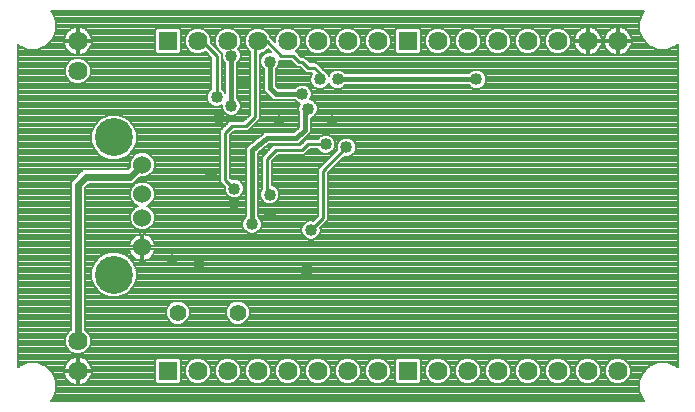
<source format=gbl>
G75*
G70*
%OFA0B0*%
%FSLAX24Y24*%
%IPPOS*%
%LPD*%
%AMOC8*
5,1,8,0,0,1.08239X$1,22.5*
%
%ADD10C,0.0600*%
%ADD11C,0.1266*%
%ADD12C,0.0640*%
%ADD13R,0.0640X0.0640*%
%ADD14C,0.0560*%
%ADD15C,0.0400*%
%ADD16C,0.0080*%
%ADD17C,0.0436*%
%ADD18C,0.0160*%
%ADD19C,0.0100*%
%ADD20C,0.0240*%
D10*
X008107Y006640D03*
X008107Y007624D03*
X008107Y008412D03*
X008107Y009396D03*
D11*
X007162Y010301D03*
X007162Y005734D03*
D12*
X005957Y003518D03*
X005957Y002518D03*
X009957Y002518D03*
X010957Y002518D03*
X011957Y002518D03*
X012957Y002518D03*
X013957Y002518D03*
X014957Y002518D03*
X015957Y002518D03*
X017957Y002518D03*
X018957Y002518D03*
X019957Y002518D03*
X020957Y002518D03*
X021957Y002518D03*
X022957Y002518D03*
X023957Y002518D03*
X005957Y012518D03*
X005957Y013518D03*
X009957Y013518D03*
X010957Y013518D03*
X011957Y013518D03*
X012957Y013518D03*
X013957Y013518D03*
X014957Y013518D03*
X015957Y013518D03*
X017957Y013518D03*
X018957Y013518D03*
X019957Y013518D03*
X020957Y013518D03*
X021957Y013518D03*
X022957Y013518D03*
X023957Y013518D03*
D13*
X016957Y013518D03*
X008957Y013518D03*
X008957Y002518D03*
X016957Y002518D03*
D14*
X011288Y004463D03*
X009288Y004463D03*
D15*
X009992Y006038D03*
X009107Y006234D03*
X011764Y007416D03*
X012355Y007711D03*
X012355Y008400D03*
X011174Y008597D03*
X011174Y008105D03*
X010386Y009089D03*
X012650Y010860D03*
X013634Y011254D03*
X013437Y011746D03*
X014028Y012238D03*
X014618Y012238D03*
X012355Y012829D03*
X011453Y012148D03*
X010583Y011648D03*
X011075Y011353D03*
X010681Y010959D03*
X011075Y013026D03*
X014422Y010860D03*
X014225Y010073D03*
X014914Y009975D03*
X013733Y007219D03*
X019244Y012238D03*
D16*
X003957Y013401D02*
X003957Y002635D01*
X004009Y002688D01*
X004300Y002808D01*
X004614Y002808D01*
X004904Y002688D01*
X005127Y002465D01*
X005247Y002175D01*
X005247Y001861D01*
X005127Y001570D01*
X005074Y001518D01*
X024840Y001518D01*
X024787Y001570D01*
X024667Y001861D01*
X024667Y002175D01*
X024787Y002465D01*
X025009Y002688D01*
X025300Y002808D01*
X025614Y002808D01*
X025904Y002688D01*
X025957Y002635D01*
X025957Y013401D01*
X025904Y013348D01*
X025614Y013228D01*
X025300Y013228D01*
X025009Y013348D01*
X024787Y013570D01*
X024667Y013861D01*
X024667Y014175D01*
X024787Y014465D01*
X024840Y014518D01*
X005074Y014518D01*
X005127Y014465D01*
X005247Y014175D01*
X005247Y013861D01*
X005127Y013570D01*
X004904Y013348D01*
X004614Y013228D01*
X004300Y013228D01*
X004009Y013348D01*
X003957Y013401D01*
X003957Y013349D02*
X004008Y013349D01*
X003957Y013271D02*
X004197Y013271D01*
X003957Y013192D02*
X005632Y013192D01*
X005696Y013128D02*
X005865Y013058D01*
X005917Y013058D01*
X005917Y013478D01*
X005497Y013478D01*
X005497Y013426D01*
X005567Y013257D01*
X005696Y013128D01*
X005731Y013114D02*
X003957Y013114D01*
X003957Y013035D02*
X010333Y013035D01*
X010255Y013114D02*
X010131Y013114D01*
X010206Y013145D02*
X010045Y013078D01*
X009869Y013078D01*
X009708Y013145D01*
X009584Y013269D01*
X009517Y013430D01*
X009517Y013605D01*
X009584Y013767D01*
X009708Y013891D01*
X009869Y013958D01*
X010045Y013958D01*
X010206Y013891D01*
X010330Y013767D01*
X010397Y013605D01*
X010397Y013452D01*
X010753Y013096D01*
X010753Y012955D01*
X010753Y011924D01*
X010764Y011919D01*
X010854Y011829D01*
X010875Y011779D01*
X010875Y012773D01*
X010804Y012845D01*
X010755Y012962D01*
X010755Y013089D01*
X010768Y013120D01*
X010708Y013145D01*
X010584Y013269D01*
X010517Y013430D01*
X010517Y013605D01*
X010584Y013767D01*
X010708Y013891D01*
X010869Y013958D01*
X011045Y013958D01*
X011206Y013891D01*
X011330Y013767D01*
X011397Y013605D01*
X011397Y013430D01*
X011330Y013269D01*
X011307Y013246D01*
X011346Y013207D01*
X011395Y013089D01*
X011395Y012962D01*
X011346Y012845D01*
X011275Y012773D01*
X011275Y011605D01*
X011346Y011534D01*
X011395Y011416D01*
X011395Y011289D01*
X011346Y011171D01*
X011256Y011081D01*
X011139Y011033D01*
X011011Y011033D01*
X010894Y011081D01*
X010804Y011171D01*
X010755Y011289D01*
X010755Y011373D01*
X010647Y011328D01*
X010519Y011328D01*
X010402Y011377D01*
X010312Y011467D01*
X010263Y011584D01*
X010263Y011712D01*
X010312Y011829D01*
X010402Y011919D01*
X010413Y011924D01*
X010413Y012955D01*
X010215Y013154D01*
X010206Y013145D01*
X010412Y012957D02*
X006048Y012957D01*
X006045Y012958D02*
X005869Y012958D01*
X005708Y012891D01*
X005584Y012767D01*
X005517Y012605D01*
X005517Y012430D01*
X005584Y012269D01*
X005708Y012145D01*
X005869Y012078D01*
X006045Y012078D01*
X006206Y012145D01*
X006330Y012269D01*
X006397Y012430D01*
X006397Y012605D01*
X006330Y012767D01*
X006206Y012891D01*
X006045Y012958D01*
X006049Y013058D02*
X006218Y013128D01*
X006347Y013257D01*
X006417Y013426D01*
X006417Y013478D01*
X005997Y013478D01*
X005997Y013558D01*
X005917Y013558D01*
X005917Y013978D01*
X005865Y013978D01*
X005247Y013978D01*
X005247Y014056D02*
X024667Y014056D01*
X024667Y013978D02*
X024049Y013978D01*
X024218Y013908D01*
X024347Y013779D01*
X024417Y013609D01*
X024417Y013558D01*
X023997Y013558D01*
X023917Y013558D01*
X023917Y013978D01*
X023865Y013978D01*
X023049Y013978D01*
X023218Y013908D01*
X023347Y013779D01*
X023417Y013609D01*
X023417Y013558D01*
X022997Y013558D01*
X022917Y013558D01*
X022917Y013978D01*
X022865Y013978D01*
X006049Y013978D01*
X005997Y013978D01*
X005997Y013558D01*
X006417Y013558D01*
X006417Y013609D01*
X006347Y013779D01*
X006218Y013908D01*
X006049Y013978D01*
X005997Y013978D02*
X005917Y013978D01*
X005865Y013978D02*
X005696Y013908D01*
X005567Y013779D01*
X005497Y013609D01*
X005497Y013558D01*
X005917Y013558D01*
X005917Y013478D01*
X005997Y013478D01*
X005997Y013058D01*
X006049Y013058D01*
X005997Y013114D02*
X005917Y013114D01*
X005917Y013192D02*
X005997Y013192D01*
X005997Y013271D02*
X005917Y013271D01*
X005917Y013349D02*
X005997Y013349D01*
X005997Y013428D02*
X005917Y013428D01*
X005917Y013506D02*
X005063Y013506D01*
X005133Y013585D02*
X005497Y013585D01*
X005519Y013663D02*
X005165Y013663D01*
X005198Y013742D02*
X005552Y013742D01*
X005609Y013821D02*
X005230Y013821D01*
X005247Y013899D02*
X005688Y013899D01*
X005917Y013899D02*
X005997Y013899D01*
X005997Y013821D02*
X005917Y013821D01*
X005917Y013742D02*
X005997Y013742D01*
X005997Y013663D02*
X005917Y013663D01*
X005917Y013585D02*
X005997Y013585D01*
X005997Y013506D02*
X008517Y013506D01*
X008517Y013428D02*
X006417Y013428D01*
X006385Y013349D02*
X008517Y013349D01*
X008517Y013271D02*
X006352Y013271D01*
X006282Y013192D02*
X008517Y013192D01*
X008517Y013148D02*
X008587Y013078D01*
X009327Y013078D01*
X009397Y013148D01*
X009397Y013888D01*
X009327Y013958D01*
X008587Y013958D01*
X008517Y013888D01*
X008517Y013148D01*
X008552Y013114D02*
X006183Y013114D01*
X006219Y012878D02*
X010413Y012878D01*
X010413Y012799D02*
X006298Y012799D01*
X006349Y012721D02*
X010413Y012721D01*
X010413Y012642D02*
X006382Y012642D01*
X006397Y012564D02*
X010413Y012564D01*
X010413Y012485D02*
X006397Y012485D01*
X006387Y012407D02*
X010413Y012407D01*
X010413Y012328D02*
X006355Y012328D01*
X006311Y012250D02*
X010413Y012250D01*
X010413Y012171D02*
X006232Y012171D01*
X006080Y012093D02*
X010413Y012093D01*
X010413Y012014D02*
X003957Y012014D01*
X003957Y011935D02*
X010413Y011935D01*
X010339Y011857D02*
X003957Y011857D01*
X003957Y011778D02*
X010291Y011778D01*
X010263Y011700D02*
X003957Y011700D01*
X003957Y011621D02*
X010263Y011621D01*
X010280Y011543D02*
X003957Y011543D01*
X003957Y011464D02*
X010314Y011464D01*
X010393Y011386D02*
X003957Y011386D01*
X003957Y011307D02*
X010755Y011307D01*
X010780Y011229D02*
X003957Y011229D01*
X003957Y011150D02*
X010825Y011150D01*
X010917Y011071D02*
X003957Y011071D01*
X003957Y010993D02*
X006863Y010993D01*
X006735Y010940D02*
X006523Y010728D01*
X006409Y010451D01*
X006409Y010152D01*
X006523Y009875D01*
X006735Y009663D01*
X007012Y009548D01*
X007312Y009548D01*
X007588Y009663D01*
X007800Y009875D01*
X007915Y010152D01*
X007915Y010451D01*
X007800Y010728D01*
X007588Y010940D01*
X007312Y011054D01*
X007012Y011054D01*
X006735Y010940D01*
X006710Y010914D02*
X003957Y010914D01*
X003957Y010836D02*
X006631Y010836D01*
X006553Y010757D02*
X003957Y010757D01*
X003957Y010679D02*
X006503Y010679D01*
X006470Y010600D02*
X003957Y010600D01*
X003957Y010522D02*
X006438Y010522D01*
X006409Y010443D02*
X003957Y010443D01*
X003957Y010365D02*
X006409Y010365D01*
X006409Y010286D02*
X003957Y010286D01*
X003957Y010208D02*
X006409Y010208D01*
X006418Y010129D02*
X003957Y010129D01*
X003957Y010050D02*
X006451Y010050D01*
X006483Y009972D02*
X003957Y009972D01*
X003957Y009893D02*
X006516Y009893D01*
X006583Y009815D02*
X003957Y009815D01*
X003957Y009736D02*
X006662Y009736D01*
X006748Y009658D02*
X003957Y009658D01*
X003957Y009579D02*
X006937Y009579D01*
X007386Y009579D02*
X007728Y009579D01*
X007751Y009634D02*
X007687Y009479D01*
X007687Y009327D01*
X007598Y009238D01*
X006336Y009238D01*
X006137Y009238D01*
X005717Y008818D01*
X005717Y008619D01*
X005717Y003895D01*
X005708Y003891D01*
X005584Y003767D01*
X003957Y003767D01*
X003957Y003846D02*
X005662Y003846D01*
X005717Y003924D02*
X003957Y003924D01*
X003957Y004003D02*
X005717Y004003D01*
X005717Y004081D02*
X003957Y004081D01*
X003957Y004160D02*
X005717Y004160D01*
X005717Y004238D02*
X003957Y004238D01*
X003957Y004317D02*
X005717Y004317D01*
X005717Y004395D02*
X003957Y004395D01*
X003957Y004474D02*
X005717Y004474D01*
X005717Y004552D02*
X003957Y004552D01*
X003957Y004631D02*
X005717Y004631D01*
X005717Y004709D02*
X003957Y004709D01*
X003957Y004788D02*
X005717Y004788D01*
X005717Y004867D02*
X003957Y004867D01*
X003957Y004945D02*
X005717Y004945D01*
X005717Y005024D02*
X003957Y005024D01*
X003957Y005102D02*
X005717Y005102D01*
X005717Y005181D02*
X003957Y005181D01*
X003957Y005259D02*
X005717Y005259D01*
X005717Y005338D02*
X003957Y005338D01*
X003957Y005416D02*
X005717Y005416D01*
X005717Y005495D02*
X003957Y005495D01*
X003957Y005573D02*
X005717Y005573D01*
X005717Y005652D02*
X003957Y005652D01*
X003957Y005731D02*
X005717Y005731D01*
X005717Y005809D02*
X003957Y005809D01*
X003957Y005888D02*
X005717Y005888D01*
X005717Y005966D02*
X003957Y005966D01*
X003957Y006045D02*
X005717Y006045D01*
X005717Y006123D02*
X003957Y006123D01*
X003957Y006202D02*
X005717Y006202D01*
X005717Y006280D02*
X003957Y006280D01*
X003957Y006359D02*
X005717Y006359D01*
X005717Y006437D02*
X003957Y006437D01*
X003957Y006516D02*
X005717Y006516D01*
X005717Y006595D02*
X003957Y006595D01*
X003957Y006673D02*
X005717Y006673D01*
X005717Y006752D02*
X003957Y006752D01*
X003957Y006830D02*
X005717Y006830D01*
X005717Y006909D02*
X003957Y006909D01*
X003957Y006987D02*
X005717Y006987D01*
X005717Y007066D02*
X003957Y007066D01*
X003957Y007144D02*
X005717Y007144D01*
X005717Y007223D02*
X003957Y007223D01*
X003957Y007301D02*
X005717Y007301D01*
X005717Y007380D02*
X003957Y007380D01*
X003957Y007459D02*
X005717Y007459D01*
X005717Y007537D02*
X003957Y007537D01*
X003957Y007616D02*
X005717Y007616D01*
X005717Y007694D02*
X003957Y007694D01*
X003957Y007773D02*
X005717Y007773D01*
X005717Y007851D02*
X003957Y007851D01*
X003957Y007930D02*
X005717Y007930D01*
X005717Y008008D02*
X003957Y008008D01*
X003957Y008087D02*
X005717Y008087D01*
X005717Y008165D02*
X003957Y008165D01*
X003957Y008244D02*
X005717Y008244D01*
X005717Y008322D02*
X003957Y008322D01*
X003957Y008401D02*
X005717Y008401D01*
X005717Y008480D02*
X003957Y008480D01*
X003957Y008558D02*
X005717Y008558D01*
X005717Y008637D02*
X003957Y008637D01*
X003957Y008715D02*
X005717Y008715D01*
X005717Y008794D02*
X003957Y008794D01*
X003957Y008872D02*
X005771Y008872D01*
X005850Y008951D02*
X003957Y008951D01*
X003957Y009029D02*
X005928Y009029D01*
X006007Y009108D02*
X003957Y009108D01*
X003957Y009186D02*
X006085Y009186D01*
X006336Y008758D02*
X007598Y008758D01*
X007797Y008758D01*
X008017Y008979D01*
X008023Y008976D01*
X008190Y008976D01*
X008344Y009040D01*
X008463Y009158D01*
X008527Y009312D01*
X008527Y009479D01*
X008463Y009634D01*
X008344Y009752D01*
X008190Y009816D01*
X008023Y009816D01*
X007869Y009752D01*
X007751Y009634D01*
X007774Y009658D02*
X007576Y009658D01*
X007662Y009736D02*
X007853Y009736D01*
X007740Y009815D02*
X008020Y009815D01*
X008193Y009815D02*
X010708Y009815D01*
X010708Y009893D02*
X007808Y009893D01*
X007840Y009972D02*
X010708Y009972D01*
X010708Y010050D02*
X007873Y010050D01*
X007905Y010129D02*
X010708Y010129D01*
X010708Y010208D02*
X007915Y010208D01*
X007915Y010286D02*
X010708Y010286D01*
X010708Y010365D02*
X007915Y010365D01*
X007915Y010443D02*
X010708Y010443D01*
X010708Y010522D02*
X007886Y010522D01*
X007853Y010600D02*
X010771Y010600D01*
X010808Y010637D02*
X010708Y010537D01*
X010708Y008822D01*
X010808Y008722D01*
X010858Y008672D01*
X010854Y008660D01*
X010854Y008533D01*
X010902Y008415D01*
X010992Y008325D01*
X011110Y008277D01*
X011237Y008277D01*
X011355Y008325D01*
X011445Y008415D01*
X011494Y008533D01*
X011494Y008660D01*
X011445Y008778D01*
X011355Y008868D01*
X011237Y008917D01*
X011110Y008917D01*
X011099Y008912D01*
X011048Y008962D01*
X011048Y010396D01*
X011153Y010501D01*
X011481Y010501D01*
X011622Y010501D01*
X012032Y010912D01*
X012032Y011053D01*
X012032Y013078D01*
X012045Y013078D01*
X012206Y013145D01*
X012298Y013236D01*
X012385Y013149D01*
X012291Y013149D01*
X012173Y013100D01*
X012083Y013010D01*
X012035Y012893D01*
X012035Y012765D01*
X012083Y012648D01*
X012155Y012576D01*
X012155Y012026D01*
X012155Y011860D01*
X012351Y011663D01*
X012469Y011546D01*
X013185Y011546D01*
X013256Y011475D01*
X013361Y011431D01*
X013314Y011318D01*
X013314Y011190D01*
X013336Y011138D01*
X013336Y010648D01*
X013158Y010470D01*
X012339Y010470D01*
X012186Y010470D01*
X012173Y010470D01*
X012123Y010419D01*
X011694Y010076D01*
X011681Y010076D01*
X011631Y010025D01*
X011605Y010000D01*
X011564Y009959D01*
X011564Y007668D01*
X011493Y007597D01*
X011444Y007479D01*
X011444Y007352D01*
X011493Y007234D01*
X011583Y007144D01*
X011700Y007096D01*
X011828Y007096D01*
X011945Y007144D01*
X012035Y007234D01*
X012084Y007352D01*
X012084Y007479D01*
X012035Y007597D01*
X011964Y007668D01*
X011964Y009780D01*
X012326Y010070D01*
X013323Y010070D01*
X013440Y010187D01*
X013736Y010482D01*
X013736Y010648D01*
X013736Y010950D01*
X013815Y010983D01*
X013905Y011073D01*
X013954Y011190D01*
X013954Y011318D01*
X013905Y011435D01*
X013815Y011525D01*
X013710Y011569D01*
X013757Y011683D01*
X013757Y011810D01*
X013709Y011928D01*
X013619Y012018D01*
X013501Y012066D01*
X013374Y012066D01*
X013256Y012018D01*
X013185Y011946D01*
X012634Y011946D01*
X012555Y012026D01*
X012555Y012576D01*
X012626Y012648D01*
X012675Y012765D01*
X012675Y012859D01*
X012678Y012856D01*
X013072Y012856D01*
X013169Y012759D01*
X013268Y012659D01*
X013367Y012659D01*
X013464Y012562D01*
X013564Y012462D01*
X013761Y012462D01*
X013780Y012443D01*
X013757Y012420D01*
X013708Y012302D01*
X013708Y012175D01*
X013757Y012057D01*
X013847Y011967D01*
X013964Y011918D01*
X014092Y011918D01*
X014209Y011967D01*
X014299Y012057D01*
X014323Y012115D01*
X014347Y012057D01*
X014437Y011967D01*
X014555Y011918D01*
X014682Y011918D01*
X014800Y011967D01*
X014871Y012038D01*
X018992Y012038D01*
X019063Y011967D01*
X019181Y011918D01*
X019308Y011918D01*
X019426Y011967D01*
X019516Y012057D01*
X019564Y012175D01*
X019564Y012302D01*
X019516Y012420D01*
X019426Y012510D01*
X019308Y012558D01*
X019181Y012558D01*
X019063Y012510D01*
X018992Y012438D01*
X014871Y012438D01*
X014800Y012510D01*
X014682Y012558D01*
X014555Y012558D01*
X014437Y012510D01*
X014347Y012420D01*
X014323Y012362D01*
X014299Y012420D01*
X014209Y012510D01*
X014183Y012520D01*
X013901Y012802D01*
X013761Y012802D01*
X013705Y012802D01*
X013508Y012999D01*
X013409Y012999D01*
X013235Y013173D01*
X013330Y013269D01*
X013397Y013430D01*
X013397Y013605D01*
X013330Y013767D01*
X013206Y013891D01*
X013045Y013958D01*
X012869Y013958D01*
X012708Y013891D01*
X012584Y013767D01*
X012517Y013605D01*
X012517Y013497D01*
X012388Y013626D01*
X012330Y013767D01*
X012206Y013891D01*
X012045Y013958D01*
X011869Y013958D01*
X011708Y013891D01*
X011584Y013767D01*
X011517Y013605D01*
X011517Y013430D01*
X011584Y013269D01*
X011693Y013160D01*
X011693Y011053D01*
X011481Y010841D01*
X011013Y010841D01*
X010913Y010742D01*
X010808Y010637D01*
X010808Y010637D01*
X010850Y010679D02*
X007821Y010679D01*
X007771Y010757D02*
X010928Y010757D01*
X011007Y010836D02*
X007692Y010836D01*
X007614Y010914D02*
X011554Y010914D01*
X011633Y010993D02*
X007460Y010993D01*
X005834Y012093D02*
X003957Y012093D01*
X003957Y012171D02*
X005682Y012171D01*
X005603Y012250D02*
X003957Y012250D01*
X003957Y012328D02*
X005559Y012328D01*
X005527Y012407D02*
X003957Y012407D01*
X003957Y012485D02*
X005517Y012485D01*
X005517Y012564D02*
X003957Y012564D01*
X003957Y012642D02*
X005532Y012642D01*
X005565Y012721D02*
X003957Y012721D01*
X003957Y012799D02*
X005616Y012799D01*
X005695Y012878D02*
X003957Y012878D01*
X003957Y012957D02*
X005866Y012957D01*
X005561Y013271D02*
X004717Y013271D01*
X004906Y013349D02*
X005529Y013349D01*
X005497Y013428D02*
X004984Y013428D01*
X005247Y014135D02*
X024667Y014135D01*
X024683Y014213D02*
X005231Y014213D01*
X005199Y014292D02*
X024715Y014292D01*
X024748Y014370D02*
X005166Y014370D01*
X005134Y014449D02*
X024780Y014449D01*
X024049Y013978D02*
X023997Y013978D01*
X023997Y013558D01*
X023997Y013478D01*
X024417Y013478D01*
X024417Y013426D01*
X024347Y013257D01*
X024218Y013128D01*
X024049Y013058D01*
X023997Y013058D01*
X023997Y013478D01*
X023917Y013478D01*
X023497Y013478D01*
X023497Y013426D01*
X023567Y013257D01*
X023696Y013128D01*
X023865Y013058D01*
X023917Y013058D01*
X023917Y013478D01*
X023917Y013558D01*
X023497Y013558D01*
X023497Y013609D01*
X023567Y013779D01*
X023696Y013908D01*
X023865Y013978D01*
X023917Y013978D02*
X023997Y013978D01*
X023997Y013899D02*
X023917Y013899D01*
X023917Y013821D02*
X023997Y013821D01*
X023997Y013742D02*
X023917Y013742D01*
X023917Y013663D02*
X023997Y013663D01*
X023997Y013585D02*
X023917Y013585D01*
X023917Y013506D02*
X022997Y013506D01*
X022997Y013478D02*
X022997Y013558D01*
X022997Y013978D01*
X023049Y013978D01*
X022997Y013978D02*
X022917Y013978D01*
X022865Y013978D02*
X022696Y013908D01*
X022567Y013779D01*
X022497Y013609D01*
X022497Y013558D01*
X022917Y013558D01*
X022917Y013478D01*
X022497Y013478D01*
X022497Y013426D01*
X022567Y013257D01*
X022696Y013128D01*
X022865Y013058D01*
X022917Y013058D01*
X022917Y013478D01*
X022997Y013478D01*
X023417Y013478D01*
X023417Y013426D01*
X023347Y013257D01*
X023218Y013128D01*
X023049Y013058D01*
X022997Y013058D01*
X022997Y013478D01*
X022997Y013428D02*
X022917Y013428D01*
X022917Y013506D02*
X022397Y013506D01*
X022397Y013430D02*
X022397Y013605D01*
X022330Y013767D01*
X022206Y013891D01*
X022045Y013958D01*
X021869Y013958D01*
X021708Y013891D01*
X021584Y013767D01*
X021517Y013605D01*
X021517Y013430D01*
X021584Y013269D01*
X021708Y013145D01*
X021869Y013078D01*
X022045Y013078D01*
X022206Y013145D01*
X022330Y013269D01*
X022397Y013430D01*
X022396Y013428D02*
X022497Y013428D01*
X022529Y013349D02*
X022363Y013349D01*
X022331Y013271D02*
X022561Y013271D01*
X022632Y013192D02*
X022253Y013192D01*
X022131Y013114D02*
X022731Y013114D01*
X022917Y013114D02*
X022997Y013114D01*
X022997Y013192D02*
X022917Y013192D01*
X022917Y013271D02*
X022997Y013271D01*
X022997Y013349D02*
X022917Y013349D01*
X022917Y013585D02*
X022997Y013585D01*
X022997Y013663D02*
X022917Y013663D01*
X022917Y013742D02*
X022997Y013742D01*
X022997Y013821D02*
X022917Y013821D01*
X022917Y013899D02*
X022997Y013899D01*
X023226Y013899D02*
X023688Y013899D01*
X023609Y013821D02*
X023305Y013821D01*
X023362Y013742D02*
X023552Y013742D01*
X023519Y013663D02*
X023395Y013663D01*
X023417Y013585D02*
X023497Y013585D01*
X023497Y013428D02*
X023417Y013428D01*
X023385Y013349D02*
X023529Y013349D01*
X023561Y013271D02*
X023352Y013271D01*
X023282Y013192D02*
X023632Y013192D01*
X023731Y013114D02*
X023183Y013114D01*
X023917Y013114D02*
X023997Y013114D01*
X023997Y013192D02*
X023917Y013192D01*
X023917Y013271D02*
X023997Y013271D01*
X023997Y013349D02*
X023917Y013349D01*
X023917Y013428D02*
X023997Y013428D01*
X023997Y013506D02*
X024851Y013506D01*
X024781Y013585D02*
X024417Y013585D01*
X024395Y013663D02*
X024749Y013663D01*
X024716Y013742D02*
X024362Y013742D01*
X024305Y013821D02*
X024684Y013821D01*
X024667Y013899D02*
X024226Y013899D01*
X024417Y013428D02*
X024930Y013428D01*
X025008Y013349D02*
X024385Y013349D01*
X024352Y013271D02*
X025197Y013271D01*
X025717Y013271D02*
X025957Y013271D01*
X025957Y013349D02*
X025906Y013349D01*
X025957Y013192D02*
X024282Y013192D01*
X024183Y013114D02*
X025957Y013114D01*
X025957Y013035D02*
X013373Y013035D01*
X013295Y013114D02*
X013783Y013114D01*
X013708Y013145D02*
X013869Y013078D01*
X014045Y013078D01*
X014206Y013145D01*
X014330Y013269D01*
X014397Y013430D01*
X014397Y013605D01*
X014330Y013767D01*
X014206Y013891D01*
X014045Y013958D01*
X013869Y013958D01*
X013708Y013891D01*
X013584Y013767D01*
X013517Y013605D01*
X013517Y013430D01*
X013584Y013269D01*
X013708Y013145D01*
X013661Y013192D02*
X013253Y013192D01*
X013331Y013271D02*
X013583Y013271D01*
X013551Y013349D02*
X013363Y013349D01*
X013396Y013428D02*
X013518Y013428D01*
X013517Y013506D02*
X013397Y013506D01*
X013397Y013585D02*
X013517Y013585D01*
X013541Y013663D02*
X013373Y013663D01*
X013340Y013742D02*
X013574Y013742D01*
X013637Y013821D02*
X013277Y013821D01*
X013187Y013899D02*
X013727Y013899D01*
X014187Y013899D02*
X014727Y013899D01*
X014708Y013891D02*
X014584Y013767D01*
X014517Y013605D01*
X014517Y013430D01*
X014584Y013269D01*
X014708Y013145D01*
X014869Y013078D01*
X015045Y013078D01*
X015206Y013145D01*
X015330Y013269D01*
X015397Y013430D01*
X015397Y013605D01*
X015330Y013767D01*
X015206Y013891D01*
X015045Y013958D01*
X014869Y013958D01*
X014708Y013891D01*
X014637Y013821D02*
X014277Y013821D01*
X014340Y013742D02*
X014574Y013742D01*
X014541Y013663D02*
X014373Y013663D01*
X014397Y013585D02*
X014517Y013585D01*
X014517Y013506D02*
X014397Y013506D01*
X014396Y013428D02*
X014518Y013428D01*
X014551Y013349D02*
X014363Y013349D01*
X014331Y013271D02*
X014583Y013271D01*
X014661Y013192D02*
X014253Y013192D01*
X014131Y013114D02*
X014783Y013114D01*
X015131Y013114D02*
X015783Y013114D01*
X015708Y013145D02*
X015869Y013078D01*
X016045Y013078D01*
X016206Y013145D01*
X016330Y013269D01*
X016397Y013430D01*
X016397Y013605D01*
X016330Y013767D01*
X016206Y013891D01*
X016045Y013958D01*
X015869Y013958D01*
X015708Y013891D01*
X015584Y013767D01*
X015517Y013605D01*
X015517Y013430D01*
X015584Y013269D01*
X015708Y013145D01*
X015661Y013192D02*
X015253Y013192D01*
X015331Y013271D02*
X015583Y013271D01*
X015551Y013349D02*
X015363Y013349D01*
X015396Y013428D02*
X015518Y013428D01*
X015517Y013506D02*
X015397Y013506D01*
X015397Y013585D02*
X015517Y013585D01*
X015541Y013663D02*
X015373Y013663D01*
X015340Y013742D02*
X015574Y013742D01*
X015637Y013821D02*
X015277Y013821D01*
X015187Y013899D02*
X015727Y013899D01*
X016187Y013899D02*
X016528Y013899D01*
X016517Y013888D02*
X016517Y013148D01*
X016587Y013078D01*
X017327Y013078D01*
X017397Y013148D01*
X017397Y013888D01*
X017327Y013958D01*
X016587Y013958D01*
X016517Y013888D01*
X016517Y013821D02*
X016277Y013821D01*
X016340Y013742D02*
X016517Y013742D01*
X016517Y013663D02*
X016373Y013663D01*
X016397Y013585D02*
X016517Y013585D01*
X016517Y013506D02*
X016397Y013506D01*
X016396Y013428D02*
X016517Y013428D01*
X016517Y013349D02*
X016363Y013349D01*
X016331Y013271D02*
X016517Y013271D01*
X016517Y013192D02*
X016253Y013192D01*
X016131Y013114D02*
X016552Y013114D01*
X017362Y013114D02*
X017783Y013114D01*
X017708Y013145D02*
X017869Y013078D01*
X018045Y013078D01*
X018206Y013145D01*
X018330Y013269D01*
X018397Y013430D01*
X018397Y013605D01*
X018330Y013767D01*
X018206Y013891D01*
X018045Y013958D01*
X017869Y013958D01*
X017708Y013891D01*
X017584Y013767D01*
X017517Y013605D01*
X017517Y013430D01*
X017584Y013269D01*
X017708Y013145D01*
X017661Y013192D02*
X017397Y013192D01*
X017397Y013271D02*
X017583Y013271D01*
X017551Y013349D02*
X017397Y013349D01*
X017397Y013428D02*
X017518Y013428D01*
X017517Y013506D02*
X017397Y013506D01*
X017397Y013585D02*
X017517Y013585D01*
X017541Y013663D02*
X017397Y013663D01*
X017397Y013742D02*
X017574Y013742D01*
X017637Y013821D02*
X017397Y013821D01*
X017386Y013899D02*
X017727Y013899D01*
X018187Y013899D02*
X018727Y013899D01*
X018708Y013891D02*
X018584Y013767D01*
X018517Y013605D01*
X018517Y013430D01*
X018584Y013269D01*
X018708Y013145D01*
X018869Y013078D01*
X019045Y013078D01*
X019206Y013145D01*
X019330Y013269D01*
X019397Y013430D01*
X019397Y013605D01*
X019330Y013767D01*
X019206Y013891D01*
X019045Y013958D01*
X018869Y013958D01*
X018708Y013891D01*
X018637Y013821D02*
X018277Y013821D01*
X018340Y013742D02*
X018574Y013742D01*
X018541Y013663D02*
X018373Y013663D01*
X018397Y013585D02*
X018517Y013585D01*
X018517Y013506D02*
X018397Y013506D01*
X018396Y013428D02*
X018518Y013428D01*
X018551Y013349D02*
X018363Y013349D01*
X018331Y013271D02*
X018583Y013271D01*
X018661Y013192D02*
X018253Y013192D01*
X018131Y013114D02*
X018783Y013114D01*
X019131Y013114D02*
X019783Y013114D01*
X019708Y013145D02*
X019869Y013078D01*
X020045Y013078D01*
X020206Y013145D01*
X020330Y013269D01*
X020397Y013430D01*
X020397Y013605D01*
X020330Y013767D01*
X020206Y013891D01*
X020045Y013958D01*
X019869Y013958D01*
X019708Y013891D01*
X019584Y013767D01*
X019517Y013605D01*
X019517Y013430D01*
X019584Y013269D01*
X019708Y013145D01*
X019661Y013192D02*
X019253Y013192D01*
X019331Y013271D02*
X019583Y013271D01*
X019551Y013349D02*
X019363Y013349D01*
X019396Y013428D02*
X019518Y013428D01*
X019517Y013506D02*
X019397Y013506D01*
X019397Y013585D02*
X019517Y013585D01*
X019541Y013663D02*
X019373Y013663D01*
X019340Y013742D02*
X019574Y013742D01*
X019637Y013821D02*
X019277Y013821D01*
X019187Y013899D02*
X019727Y013899D01*
X020187Y013899D02*
X020727Y013899D01*
X020708Y013891D02*
X020584Y013767D01*
X020517Y013605D01*
X020517Y013430D01*
X020584Y013269D01*
X020708Y013145D01*
X020869Y013078D01*
X021045Y013078D01*
X021206Y013145D01*
X021330Y013269D01*
X021397Y013430D01*
X021397Y013605D01*
X021330Y013767D01*
X021206Y013891D01*
X021045Y013958D01*
X020869Y013958D01*
X020708Y013891D01*
X020637Y013821D02*
X020277Y013821D01*
X020340Y013742D02*
X020574Y013742D01*
X020541Y013663D02*
X020373Y013663D01*
X020397Y013585D02*
X020517Y013585D01*
X020517Y013506D02*
X020397Y013506D01*
X020396Y013428D02*
X020518Y013428D01*
X020551Y013349D02*
X020363Y013349D01*
X020331Y013271D02*
X020583Y013271D01*
X020661Y013192D02*
X020253Y013192D01*
X020131Y013114D02*
X020783Y013114D01*
X021131Y013114D02*
X021783Y013114D01*
X021661Y013192D02*
X021253Y013192D01*
X021331Y013271D02*
X021583Y013271D01*
X021551Y013349D02*
X021363Y013349D01*
X021396Y013428D02*
X021518Y013428D01*
X021517Y013506D02*
X021397Y013506D01*
X021397Y013585D02*
X021517Y013585D01*
X021541Y013663D02*
X021373Y013663D01*
X021340Y013742D02*
X021574Y013742D01*
X021637Y013821D02*
X021277Y013821D01*
X021187Y013899D02*
X021727Y013899D01*
X022187Y013899D02*
X022688Y013899D01*
X022609Y013821D02*
X022277Y013821D01*
X022340Y013742D02*
X022552Y013742D01*
X022519Y013663D02*
X022373Y013663D01*
X022397Y013585D02*
X022497Y013585D01*
X019554Y012328D02*
X025957Y012328D01*
X025957Y012250D02*
X019564Y012250D01*
X019563Y012171D02*
X025957Y012171D01*
X025957Y012093D02*
X019530Y012093D01*
X019473Y012014D02*
X025957Y012014D01*
X025957Y011935D02*
X019349Y011935D01*
X019140Y011935D02*
X014723Y011935D01*
X014847Y012014D02*
X019016Y012014D01*
X019039Y012485D02*
X014824Y012485D01*
X014817Y012258D02*
X014618Y012238D01*
X014817Y012238D02*
X014817Y012258D01*
X014413Y012485D02*
X014234Y012485D01*
X014305Y012407D02*
X014342Y012407D01*
X014140Y012564D02*
X025957Y012564D01*
X025957Y012642D02*
X014061Y012642D01*
X013983Y012721D02*
X025957Y012721D01*
X025957Y012799D02*
X013904Y012799D01*
X013629Y012878D02*
X025957Y012878D01*
X025957Y012957D02*
X013550Y012957D01*
X013207Y012721D02*
X012656Y012721D01*
X012675Y012799D02*
X013128Y012799D01*
X013384Y012642D02*
X012621Y012642D01*
X012555Y012564D02*
X013462Y012564D01*
X013541Y012485D02*
X012555Y012485D01*
X012555Y012407D02*
X013751Y012407D01*
X013719Y012328D02*
X012555Y012328D01*
X012555Y012250D02*
X013708Y012250D01*
X013709Y012171D02*
X012555Y012171D01*
X012555Y012093D02*
X013742Y012093D01*
X013800Y012014D02*
X013622Y012014D01*
X013701Y011935D02*
X013923Y011935D01*
X013738Y011857D02*
X025957Y011857D01*
X025957Y011778D02*
X013757Y011778D01*
X013757Y011700D02*
X025957Y011700D01*
X025957Y011621D02*
X013732Y011621D01*
X013774Y011543D02*
X025957Y011543D01*
X025957Y011464D02*
X013877Y011464D01*
X013926Y011386D02*
X025957Y011386D01*
X025957Y011307D02*
X013954Y011307D01*
X013954Y011229D02*
X025957Y011229D01*
X025957Y011150D02*
X013937Y011150D01*
X013904Y011071D02*
X025957Y011071D01*
X025957Y010993D02*
X013826Y010993D01*
X013736Y010914D02*
X025957Y010914D01*
X025957Y010836D02*
X013736Y010836D01*
X013736Y010757D02*
X025957Y010757D01*
X025957Y010679D02*
X013736Y010679D01*
X013736Y010600D02*
X025957Y010600D01*
X025957Y010522D02*
X013736Y010522D01*
X013696Y010443D02*
X025957Y010443D01*
X025957Y010365D02*
X014357Y010365D01*
X014406Y010344D02*
X014288Y010393D01*
X014161Y010393D01*
X014043Y010344D01*
X013953Y010254D01*
X013949Y010243D01*
X013705Y010243D01*
X013564Y010243D01*
X013367Y010046D01*
X012481Y010046D01*
X012381Y009947D01*
X012186Y009751D01*
X012086Y009651D01*
X012086Y008584D01*
X012083Y008581D01*
X012035Y008464D01*
X012035Y008336D01*
X012083Y008219D01*
X012173Y008129D01*
X012291Y008080D01*
X012418Y008080D01*
X012536Y008129D01*
X012626Y008219D01*
X012675Y008336D01*
X012675Y008464D01*
X012626Y008581D01*
X012536Y008671D01*
X012426Y008717D01*
X012426Y009511D01*
X012622Y009706D01*
X013367Y009706D01*
X013508Y009706D01*
X013705Y009903D01*
X013949Y009903D01*
X013953Y009892D01*
X014043Y009802D01*
X014161Y009753D01*
X014288Y009753D01*
X014406Y009802D01*
X014496Y009892D01*
X014545Y010009D01*
X014545Y010137D01*
X014496Y010254D01*
X014406Y010344D01*
X014464Y010286D02*
X014829Y010286D01*
X014850Y010295D02*
X014732Y010246D01*
X014642Y010156D01*
X014594Y010038D01*
X014594Y009911D01*
X014598Y009900D01*
X013956Y009258D01*
X013956Y009117D01*
X013956Y007683D01*
X013808Y007534D01*
X013796Y007539D01*
X013669Y007539D01*
X013551Y007490D01*
X013461Y007400D01*
X013413Y007282D01*
X013413Y007155D01*
X013461Y007037D01*
X013551Y006947D01*
X013669Y006899D01*
X013796Y006899D01*
X013914Y006947D01*
X014004Y007037D01*
X014053Y007155D01*
X014053Y007282D01*
X014048Y007294D01*
X014197Y007442D01*
X014296Y007542D01*
X014296Y009117D01*
X014839Y009659D01*
X014850Y009655D01*
X014977Y009655D01*
X015095Y009703D01*
X015185Y009793D01*
X015234Y009911D01*
X015234Y010038D01*
X015185Y010156D01*
X015095Y010246D01*
X014977Y010295D01*
X014850Y010295D01*
X014998Y010286D02*
X025957Y010286D01*
X025957Y010208D02*
X015133Y010208D01*
X015196Y010129D02*
X025957Y010129D01*
X025957Y010050D02*
X015229Y010050D01*
X015234Y009972D02*
X025957Y009972D01*
X025957Y009893D02*
X015226Y009893D01*
X015194Y009815D02*
X025957Y009815D01*
X025957Y009736D02*
X015128Y009736D01*
X014985Y009658D02*
X025957Y009658D01*
X025957Y009579D02*
X014759Y009579D01*
X014837Y009658D02*
X014843Y009658D01*
X014680Y009501D02*
X025957Y009501D01*
X025957Y009422D02*
X014601Y009422D01*
X014523Y009344D02*
X025957Y009344D01*
X025957Y009265D02*
X014444Y009265D01*
X014366Y009186D02*
X025957Y009186D01*
X025957Y009108D02*
X014296Y009108D01*
X014296Y009029D02*
X025957Y009029D01*
X025957Y008951D02*
X014296Y008951D01*
X014296Y008872D02*
X025957Y008872D01*
X025957Y008794D02*
X014296Y008794D01*
X014296Y008715D02*
X025957Y008715D01*
X025957Y008637D02*
X014296Y008637D01*
X014296Y008558D02*
X025957Y008558D01*
X025957Y008480D02*
X014296Y008480D01*
X014296Y008401D02*
X025957Y008401D01*
X025957Y008322D02*
X014296Y008322D01*
X014296Y008244D02*
X025957Y008244D01*
X025957Y008165D02*
X014296Y008165D01*
X014296Y008087D02*
X025957Y008087D01*
X025957Y008008D02*
X014296Y008008D01*
X014296Y007930D02*
X025957Y007930D01*
X025957Y007851D02*
X014296Y007851D01*
X014296Y007773D02*
X025957Y007773D01*
X025957Y007694D02*
X014296Y007694D01*
X014296Y007616D02*
X025957Y007616D01*
X025957Y007537D02*
X014291Y007537D01*
X014213Y007459D02*
X025957Y007459D01*
X025957Y007380D02*
X014134Y007380D01*
X014056Y007301D02*
X025957Y007301D01*
X025957Y007223D02*
X014053Y007223D01*
X014048Y007144D02*
X025957Y007144D01*
X025957Y007066D02*
X014016Y007066D01*
X013954Y006987D02*
X025957Y006987D01*
X025957Y006909D02*
X013820Y006909D01*
X013645Y006909D02*
X008460Y006909D01*
X008480Y006889D02*
X008356Y007013D01*
X008194Y007080D01*
X008147Y007080D01*
X008147Y006680D01*
X008547Y006680D01*
X008547Y006728D01*
X008480Y006889D01*
X008504Y006830D02*
X025957Y006830D01*
X025957Y006752D02*
X008537Y006752D01*
X008547Y006600D02*
X008147Y006600D01*
X008147Y006680D01*
X008067Y006680D01*
X008067Y007080D01*
X008019Y007080D01*
X007857Y007013D01*
X007734Y006889D01*
X007667Y006728D01*
X007667Y006680D01*
X008066Y006680D01*
X008066Y006600D01*
X007667Y006600D01*
X007667Y006552D01*
X007734Y006391D01*
X007857Y006267D01*
X008019Y006200D01*
X008067Y006200D01*
X008067Y006600D01*
X008147Y006600D01*
X008147Y006200D01*
X008194Y006200D01*
X008356Y006267D01*
X008480Y006391D01*
X008547Y006552D01*
X008547Y006600D01*
X008547Y006595D02*
X025957Y006595D01*
X025957Y006673D02*
X008147Y006673D01*
X008147Y006595D02*
X008067Y006595D01*
X008066Y006673D02*
X006197Y006673D01*
X006197Y006595D02*
X007667Y006595D01*
X007682Y006516D02*
X006197Y006516D01*
X006197Y006437D02*
X006891Y006437D01*
X007012Y006488D02*
X006735Y006373D01*
X006523Y006161D01*
X006409Y005884D01*
X006409Y005585D01*
X006523Y005308D01*
X006735Y005096D01*
X007012Y004981D01*
X007312Y004981D01*
X007588Y005096D01*
X007800Y005308D01*
X007915Y005585D01*
X007915Y005884D01*
X007800Y006161D01*
X007588Y006373D01*
X007312Y006488D01*
X007012Y006488D01*
X006721Y006359D02*
X006197Y006359D01*
X006197Y006280D02*
X006643Y006280D01*
X006564Y006202D02*
X006197Y006202D01*
X006197Y006123D02*
X006508Y006123D01*
X006475Y006045D02*
X006197Y006045D01*
X006197Y005966D02*
X006443Y005966D01*
X006410Y005888D02*
X006197Y005888D01*
X006197Y005809D02*
X006409Y005809D01*
X006409Y005731D02*
X006197Y005731D01*
X006197Y005652D02*
X006409Y005652D01*
X006413Y005573D02*
X006197Y005573D01*
X006197Y005495D02*
X006446Y005495D01*
X006478Y005416D02*
X006197Y005416D01*
X006197Y005338D02*
X006511Y005338D01*
X006572Y005259D02*
X006197Y005259D01*
X006197Y005181D02*
X006650Y005181D01*
X006729Y005102D02*
X006197Y005102D01*
X006197Y005024D02*
X006910Y005024D01*
X007414Y005024D02*
X025957Y005024D01*
X025957Y005102D02*
X007594Y005102D01*
X007673Y005181D02*
X025957Y005181D01*
X025957Y005259D02*
X007752Y005259D01*
X007813Y005338D02*
X025957Y005338D01*
X025957Y005416D02*
X007845Y005416D01*
X007878Y005495D02*
X025957Y005495D01*
X025957Y005573D02*
X007910Y005573D01*
X007915Y005652D02*
X025957Y005652D01*
X025957Y005731D02*
X007915Y005731D01*
X007915Y005809D02*
X025957Y005809D01*
X025957Y005888D02*
X007913Y005888D01*
X007881Y005966D02*
X025957Y005966D01*
X025957Y006045D02*
X007848Y006045D01*
X007816Y006123D02*
X025957Y006123D01*
X025957Y006202D02*
X008199Y006202D01*
X008147Y006202D02*
X008067Y006202D01*
X008015Y006202D02*
X007759Y006202D01*
X007681Y006280D02*
X007844Y006280D01*
X007765Y006359D02*
X007602Y006359D01*
X007714Y006437D02*
X007432Y006437D01*
X007677Y006752D02*
X006197Y006752D01*
X006197Y006830D02*
X007709Y006830D01*
X007753Y006909D02*
X006197Y006909D01*
X006197Y006987D02*
X007832Y006987D01*
X007985Y007066D02*
X006197Y007066D01*
X006197Y007144D02*
X011583Y007144D01*
X011504Y007223D02*
X008235Y007223D01*
X008190Y007204D02*
X008344Y007268D01*
X008463Y007386D01*
X008527Y007541D01*
X008527Y007708D01*
X008463Y007862D01*
X008344Y007980D01*
X008254Y008018D01*
X008344Y008056D01*
X008463Y008174D01*
X008527Y008328D01*
X008527Y008495D01*
X008463Y008650D01*
X008344Y008768D01*
X008190Y008832D01*
X008023Y008832D01*
X007869Y008768D01*
X007751Y008650D01*
X007687Y008495D01*
X007687Y008328D01*
X007751Y008174D01*
X007869Y008056D01*
X007960Y008018D01*
X007869Y007980D01*
X007751Y007862D01*
X007687Y007708D01*
X007687Y007541D01*
X007751Y007386D01*
X007869Y007268D01*
X008023Y007204D01*
X008190Y007204D01*
X008228Y007066D02*
X013450Y007066D01*
X013417Y007144D02*
X011945Y007144D01*
X012024Y007223D02*
X013413Y007223D01*
X013421Y007301D02*
X012063Y007301D01*
X012084Y007380D02*
X013453Y007380D01*
X013520Y007459D02*
X012084Y007459D01*
X012060Y007537D02*
X013665Y007537D01*
X013800Y007537D02*
X013811Y007537D01*
X013889Y007616D02*
X012017Y007616D01*
X011964Y007694D02*
X013956Y007694D01*
X013956Y007773D02*
X011964Y007773D01*
X011964Y007851D02*
X013956Y007851D01*
X013956Y007930D02*
X011964Y007930D01*
X011964Y008008D02*
X013956Y008008D01*
X013956Y008087D02*
X012435Y008087D01*
X012573Y008165D02*
X013956Y008165D01*
X013956Y008244D02*
X012636Y008244D01*
X012669Y008322D02*
X013956Y008322D01*
X013956Y008401D02*
X012675Y008401D01*
X012668Y008480D02*
X013956Y008480D01*
X013956Y008558D02*
X012635Y008558D01*
X012570Y008637D02*
X013956Y008637D01*
X013956Y008715D02*
X012429Y008715D01*
X012426Y008794D02*
X013956Y008794D01*
X013956Y008872D02*
X012426Y008872D01*
X012426Y008951D02*
X013956Y008951D01*
X013956Y009029D02*
X012426Y009029D01*
X012426Y009108D02*
X013956Y009108D01*
X013956Y009186D02*
X012426Y009186D01*
X012426Y009265D02*
X013964Y009265D01*
X014042Y009344D02*
X012426Y009344D01*
X012426Y009422D02*
X014121Y009422D01*
X014199Y009501D02*
X012426Y009501D01*
X012495Y009579D02*
X014278Y009579D01*
X014356Y009658D02*
X012573Y009658D01*
X012328Y009893D02*
X012106Y009893D01*
X012204Y009972D02*
X012407Y009972D01*
X012302Y010050D02*
X013371Y010050D01*
X013382Y010129D02*
X013450Y010129D01*
X013461Y010208D02*
X013528Y010208D01*
X013539Y010286D02*
X013985Y010286D01*
X014092Y010365D02*
X013618Y010365D01*
X013288Y010600D02*
X011721Y010600D01*
X011799Y010679D02*
X013336Y010679D01*
X013336Y010757D02*
X011878Y010757D01*
X011956Y010836D02*
X013336Y010836D01*
X013336Y010914D02*
X012032Y010914D01*
X012032Y010993D02*
X013336Y010993D01*
X013336Y011071D02*
X012032Y011071D01*
X012032Y011150D02*
X013331Y011150D01*
X013314Y011229D02*
X012032Y011229D01*
X012032Y011307D02*
X013314Y011307D01*
X013342Y011386D02*
X012032Y011386D01*
X012032Y011464D02*
X013282Y011464D01*
X013188Y011543D02*
X012032Y011543D01*
X012032Y011621D02*
X012394Y011621D01*
X012315Y011700D02*
X012032Y011700D01*
X012032Y011778D02*
X012237Y011778D01*
X012158Y011857D02*
X012032Y011857D01*
X012032Y011935D02*
X012155Y011935D01*
X012155Y012014D02*
X012032Y012014D01*
X012032Y012093D02*
X012155Y012093D01*
X012155Y012171D02*
X012032Y012171D01*
X012032Y012250D02*
X012155Y012250D01*
X012155Y012328D02*
X012032Y012328D01*
X012032Y012407D02*
X012155Y012407D01*
X012155Y012485D02*
X012032Y012485D01*
X012032Y012564D02*
X012155Y012564D01*
X012089Y012642D02*
X012032Y012642D01*
X012032Y012721D02*
X012053Y012721D01*
X012032Y012799D02*
X012035Y012799D01*
X012032Y012878D02*
X012035Y012878D01*
X012032Y012957D02*
X012061Y012957D01*
X012032Y013035D02*
X012108Y013035D01*
X012131Y013114D02*
X012206Y013114D01*
X012253Y013192D02*
X012342Y013192D01*
X012508Y013506D02*
X012517Y013506D01*
X012517Y013585D02*
X012430Y013585D01*
X012373Y013663D02*
X012541Y013663D01*
X012574Y013742D02*
X012340Y013742D01*
X012277Y013821D02*
X012637Y013821D01*
X012727Y013899D02*
X012187Y013899D01*
X011727Y013899D02*
X011187Y013899D01*
X011277Y013821D02*
X011637Y013821D01*
X011574Y013742D02*
X011340Y013742D01*
X011373Y013663D02*
X011541Y013663D01*
X011517Y013585D02*
X011397Y013585D01*
X011397Y013506D02*
X011517Y013506D01*
X011518Y013428D02*
X011396Y013428D01*
X011363Y013349D02*
X011551Y013349D01*
X011583Y013271D02*
X011331Y013271D01*
X011353Y013192D02*
X011661Y013192D01*
X011693Y013114D02*
X011385Y013114D01*
X011395Y013035D02*
X011693Y013035D01*
X011693Y012957D02*
X011393Y012957D01*
X011360Y012878D02*
X011693Y012878D01*
X011693Y012799D02*
X011301Y012799D01*
X011275Y012721D02*
X011693Y012721D01*
X011693Y012642D02*
X011275Y012642D01*
X011275Y012564D02*
X011693Y012564D01*
X011693Y012485D02*
X011275Y012485D01*
X011275Y012407D02*
X011693Y012407D01*
X011693Y012328D02*
X011275Y012328D01*
X011275Y012250D02*
X011693Y012250D01*
X011693Y012171D02*
X011275Y012171D01*
X011275Y012093D02*
X011693Y012093D01*
X011693Y012014D02*
X011275Y012014D01*
X011275Y011935D02*
X011693Y011935D01*
X011693Y011857D02*
X011275Y011857D01*
X011275Y011778D02*
X011693Y011778D01*
X011693Y011700D02*
X011275Y011700D01*
X011275Y011621D02*
X011693Y011621D01*
X011693Y011543D02*
X011337Y011543D01*
X011375Y011464D02*
X011693Y011464D01*
X011693Y011386D02*
X011395Y011386D01*
X011395Y011307D02*
X011693Y011307D01*
X011693Y011229D02*
X011370Y011229D01*
X011325Y011150D02*
X011693Y011150D01*
X011693Y011071D02*
X011233Y011071D01*
X011095Y010443D02*
X012147Y010443D01*
X012054Y010365D02*
X011048Y010365D01*
X011048Y010286D02*
X011956Y010286D01*
X011858Y010208D02*
X011048Y010208D01*
X011048Y010129D02*
X011760Y010129D01*
X011656Y010050D02*
X011048Y010050D01*
X011048Y009972D02*
X011577Y009972D01*
X011564Y009893D02*
X011048Y009893D01*
X011048Y009815D02*
X011564Y009815D01*
X011564Y009736D02*
X011048Y009736D01*
X011048Y009658D02*
X011564Y009658D01*
X011564Y009579D02*
X011048Y009579D01*
X011048Y009501D02*
X011564Y009501D01*
X011564Y009422D02*
X011048Y009422D01*
X011048Y009344D02*
X011564Y009344D01*
X011564Y009265D02*
X011048Y009265D01*
X011048Y009186D02*
X011564Y009186D01*
X011564Y009108D02*
X011048Y009108D01*
X011048Y009029D02*
X011564Y009029D01*
X011564Y008951D02*
X011060Y008951D01*
X011344Y008872D02*
X011564Y008872D01*
X011564Y008794D02*
X011429Y008794D01*
X011471Y008715D02*
X011564Y008715D01*
X011564Y008637D02*
X011494Y008637D01*
X011494Y008558D02*
X011564Y008558D01*
X011564Y008480D02*
X011471Y008480D01*
X011430Y008401D02*
X011564Y008401D01*
X011564Y008322D02*
X011348Y008322D01*
X011564Y008244D02*
X008492Y008244D01*
X008524Y008322D02*
X010999Y008322D01*
X010917Y008401D02*
X008527Y008401D01*
X008527Y008480D02*
X010876Y008480D01*
X010854Y008558D02*
X008501Y008558D01*
X008468Y008637D02*
X010854Y008637D01*
X010815Y008715D02*
X008397Y008715D01*
X008282Y008794D02*
X010736Y008794D01*
X010708Y008872D02*
X007911Y008872D01*
X007932Y008794D02*
X007832Y008794D01*
X007816Y008715D02*
X006293Y008715D01*
X006336Y008758D02*
X006197Y008619D01*
X006197Y003895D01*
X006206Y003891D01*
X006330Y003767D01*
X025957Y003767D01*
X025957Y003846D02*
X006252Y003846D01*
X006197Y003924D02*
X025957Y003924D01*
X025957Y004003D02*
X006197Y004003D01*
X006197Y004081D02*
X009164Y004081D01*
X009208Y004063D02*
X009367Y004063D01*
X009514Y004124D01*
X009627Y004236D01*
X009688Y004383D01*
X009688Y004542D01*
X009627Y004689D01*
X009514Y004802D01*
X009367Y004863D01*
X009208Y004863D01*
X009061Y004802D01*
X008949Y004689D01*
X008888Y004542D01*
X008888Y004383D01*
X008949Y004236D01*
X009061Y004124D01*
X009208Y004063D01*
X009411Y004081D02*
X011164Y004081D01*
X011208Y004063D02*
X011061Y004124D01*
X010949Y004236D01*
X010888Y004383D01*
X010888Y004542D01*
X010949Y004689D01*
X011061Y004802D01*
X011208Y004863D01*
X011367Y004863D01*
X011514Y004802D01*
X011627Y004689D01*
X011688Y004542D01*
X011688Y004383D01*
X011627Y004236D01*
X011514Y004124D01*
X011367Y004063D01*
X011208Y004063D01*
X011411Y004081D02*
X025957Y004081D01*
X025957Y004160D02*
X011550Y004160D01*
X011628Y004238D02*
X025957Y004238D01*
X025957Y004317D02*
X011660Y004317D01*
X011688Y004395D02*
X025957Y004395D01*
X025957Y004474D02*
X011688Y004474D01*
X011684Y004552D02*
X025957Y004552D01*
X025957Y004631D02*
X011651Y004631D01*
X011607Y004709D02*
X025957Y004709D01*
X025957Y004788D02*
X011528Y004788D01*
X011047Y004788D02*
X009528Y004788D01*
X009607Y004709D02*
X010969Y004709D01*
X010924Y004631D02*
X009651Y004631D01*
X009684Y004552D02*
X010892Y004552D01*
X010888Y004474D02*
X009688Y004474D01*
X009688Y004395D02*
X010888Y004395D01*
X010915Y004317D02*
X009660Y004317D01*
X009628Y004238D02*
X010948Y004238D01*
X011025Y004160D02*
X009550Y004160D01*
X009025Y004160D02*
X006197Y004160D01*
X006197Y004238D02*
X008948Y004238D01*
X008915Y004317D02*
X006197Y004317D01*
X006197Y004395D02*
X008888Y004395D01*
X008888Y004474D02*
X006197Y004474D01*
X006197Y004552D02*
X008892Y004552D01*
X008924Y004631D02*
X006197Y004631D01*
X006197Y004709D02*
X008969Y004709D01*
X009047Y004788D02*
X006197Y004788D01*
X006197Y004867D02*
X025957Y004867D01*
X025957Y004945D02*
X006197Y004945D01*
X006330Y003767D02*
X006397Y003605D01*
X006397Y003430D01*
X006330Y003269D01*
X006206Y003145D01*
X006045Y003078D01*
X005869Y003078D01*
X005708Y003145D01*
X005584Y003269D01*
X005517Y003430D01*
X005517Y003605D01*
X005584Y003767D01*
X005551Y003688D02*
X003957Y003688D01*
X003957Y003610D02*
X005519Y003610D01*
X005517Y003531D02*
X003957Y003531D01*
X003957Y003453D02*
X005517Y003453D01*
X005540Y003374D02*
X003957Y003374D01*
X003957Y003296D02*
X005573Y003296D01*
X005636Y003217D02*
X003957Y003217D01*
X003957Y003139D02*
X005723Y003139D01*
X005865Y002978D02*
X005696Y002908D01*
X005567Y002779D01*
X005497Y002609D01*
X005497Y002558D01*
X005917Y002558D01*
X005917Y002978D01*
X005865Y002978D01*
X005917Y002903D02*
X005997Y002903D01*
X005997Y002978D02*
X005997Y002558D01*
X005917Y002558D01*
X005917Y002478D01*
X005497Y002478D01*
X005497Y002426D01*
X005567Y002257D01*
X005696Y002128D01*
X005865Y002058D01*
X005917Y002058D01*
X005917Y002478D01*
X005997Y002478D01*
X005997Y002558D01*
X006417Y002558D01*
X006417Y002609D01*
X006347Y002779D01*
X006218Y002908D01*
X006049Y002978D01*
X005997Y002978D01*
X005997Y002824D02*
X005917Y002824D01*
X005917Y002746D02*
X005997Y002746D01*
X005997Y002667D02*
X005917Y002667D01*
X005917Y002589D02*
X005997Y002589D01*
X005997Y002510D02*
X008517Y002510D01*
X008517Y002432D02*
X006417Y002432D01*
X006417Y002426D02*
X006417Y002478D01*
X005997Y002478D01*
X005997Y002058D01*
X006049Y002058D01*
X006218Y002128D01*
X006347Y002257D01*
X006417Y002426D01*
X006387Y002353D02*
X008517Y002353D01*
X008517Y002275D02*
X006354Y002275D01*
X006286Y002196D02*
X008517Y002196D01*
X008517Y002148D02*
X008587Y002078D01*
X009327Y002078D01*
X009397Y002148D01*
X009397Y002888D01*
X009327Y002958D01*
X008587Y002958D01*
X008517Y002888D01*
X008517Y002148D01*
X008548Y002118D02*
X006192Y002118D01*
X005997Y002118D02*
X005917Y002118D01*
X005917Y002196D02*
X005997Y002196D01*
X005997Y002275D02*
X005917Y002275D01*
X005917Y002353D02*
X005997Y002353D01*
X005997Y002432D02*
X005917Y002432D01*
X005917Y002510D02*
X005082Y002510D01*
X005141Y002432D02*
X005497Y002432D01*
X005527Y002353D02*
X005173Y002353D01*
X005206Y002275D02*
X005560Y002275D01*
X005628Y002196D02*
X005238Y002196D01*
X005247Y002118D02*
X005722Y002118D01*
X005247Y002039D02*
X024667Y002039D01*
X024667Y001960D02*
X005247Y001960D01*
X005247Y001882D02*
X024667Y001882D01*
X024691Y001803D02*
X005223Y001803D01*
X005191Y001725D02*
X024723Y001725D01*
X024756Y001646D02*
X005158Y001646D01*
X005124Y001568D02*
X024790Y001568D01*
X024206Y002145D02*
X024045Y002078D01*
X023869Y002078D01*
X023708Y002145D01*
X023584Y002269D01*
X023517Y002430D01*
X023517Y002605D01*
X023584Y002767D01*
X023708Y002891D01*
X023869Y002958D01*
X024045Y002958D01*
X024206Y002891D01*
X024330Y002767D01*
X024397Y002605D01*
X024397Y002430D01*
X024330Y002269D01*
X024206Y002145D01*
X024140Y002118D02*
X024667Y002118D01*
X024676Y002196D02*
X024257Y002196D01*
X024332Y002275D02*
X024708Y002275D01*
X024741Y002353D02*
X024365Y002353D01*
X024397Y002432D02*
X024773Y002432D01*
X024832Y002510D02*
X024397Y002510D01*
X024397Y002589D02*
X024911Y002589D01*
X024989Y002667D02*
X024371Y002667D01*
X024339Y002746D02*
X025150Y002746D01*
X025764Y002746D02*
X025957Y002746D01*
X025957Y002824D02*
X024273Y002824D01*
X024177Y002903D02*
X025957Y002903D01*
X025957Y002982D02*
X003957Y002982D01*
X003957Y003060D02*
X025957Y003060D01*
X025957Y003139D02*
X006191Y003139D01*
X006278Y003217D02*
X025957Y003217D01*
X025957Y003296D02*
X006341Y003296D01*
X006374Y003374D02*
X025957Y003374D01*
X025957Y003453D02*
X006397Y003453D01*
X006397Y003531D02*
X025957Y003531D01*
X025957Y003610D02*
X006395Y003610D01*
X006363Y003688D02*
X025957Y003688D01*
X025925Y002667D02*
X025957Y002667D01*
X023774Y002118D02*
X023140Y002118D01*
X023206Y002145D02*
X023330Y002269D01*
X023397Y002430D01*
X023397Y002605D01*
X023330Y002767D01*
X023206Y002891D01*
X023045Y002958D01*
X022869Y002958D01*
X022708Y002891D01*
X022584Y002767D01*
X022517Y002605D01*
X022517Y002430D01*
X022584Y002269D01*
X022708Y002145D01*
X022869Y002078D01*
X023045Y002078D01*
X023206Y002145D01*
X023257Y002196D02*
X023657Y002196D01*
X023581Y002275D02*
X023332Y002275D01*
X023365Y002353D02*
X023549Y002353D01*
X023517Y002432D02*
X023397Y002432D01*
X023397Y002510D02*
X023517Y002510D01*
X023517Y002589D02*
X023397Y002589D01*
X023371Y002667D02*
X023543Y002667D01*
X023575Y002746D02*
X023339Y002746D01*
X023273Y002824D02*
X023641Y002824D01*
X023737Y002903D02*
X023177Y002903D01*
X022737Y002903D02*
X022177Y002903D01*
X022206Y002891D02*
X022045Y002958D01*
X021869Y002958D01*
X021708Y002891D01*
X021584Y002767D01*
X021517Y002605D01*
X021517Y002430D01*
X021584Y002269D01*
X021708Y002145D01*
X021869Y002078D01*
X022045Y002078D01*
X022206Y002145D01*
X022330Y002269D01*
X022397Y002430D01*
X022397Y002605D01*
X022330Y002767D01*
X022206Y002891D01*
X022273Y002824D02*
X022641Y002824D01*
X022575Y002746D02*
X022339Y002746D01*
X022371Y002667D02*
X022543Y002667D01*
X022517Y002589D02*
X022397Y002589D01*
X022397Y002510D02*
X022517Y002510D01*
X022517Y002432D02*
X022397Y002432D01*
X022365Y002353D02*
X022549Y002353D01*
X022581Y002275D02*
X022332Y002275D01*
X022257Y002196D02*
X022657Y002196D01*
X022774Y002118D02*
X022140Y002118D01*
X021774Y002118D02*
X021140Y002118D01*
X021206Y002145D02*
X021330Y002269D01*
X021397Y002430D01*
X021397Y002605D01*
X021330Y002767D01*
X021206Y002891D01*
X021045Y002958D01*
X020869Y002958D01*
X020708Y002891D01*
X020584Y002767D01*
X020517Y002605D01*
X020517Y002430D01*
X020584Y002269D01*
X020708Y002145D01*
X020869Y002078D01*
X021045Y002078D01*
X021206Y002145D01*
X021257Y002196D02*
X021657Y002196D01*
X021581Y002275D02*
X021332Y002275D01*
X021365Y002353D02*
X021549Y002353D01*
X021517Y002432D02*
X021397Y002432D01*
X021397Y002510D02*
X021517Y002510D01*
X021517Y002589D02*
X021397Y002589D01*
X021371Y002667D02*
X021543Y002667D01*
X021575Y002746D02*
X021339Y002746D01*
X021273Y002824D02*
X021641Y002824D01*
X021737Y002903D02*
X021177Y002903D01*
X020737Y002903D02*
X020177Y002903D01*
X020206Y002891D02*
X020045Y002958D01*
X019869Y002958D01*
X019708Y002891D01*
X019584Y002767D01*
X019517Y002605D01*
X019517Y002430D01*
X019584Y002269D01*
X019708Y002145D01*
X019869Y002078D01*
X020045Y002078D01*
X020206Y002145D01*
X020330Y002269D01*
X020397Y002430D01*
X020397Y002605D01*
X020330Y002767D01*
X020206Y002891D01*
X020273Y002824D02*
X020641Y002824D01*
X020575Y002746D02*
X020339Y002746D01*
X020371Y002667D02*
X020543Y002667D01*
X020517Y002589D02*
X020397Y002589D01*
X020397Y002510D02*
X020517Y002510D01*
X020517Y002432D02*
X020397Y002432D01*
X020365Y002353D02*
X020549Y002353D01*
X020581Y002275D02*
X020332Y002275D01*
X020257Y002196D02*
X020657Y002196D01*
X020774Y002118D02*
X020140Y002118D01*
X019774Y002118D02*
X019140Y002118D01*
X019206Y002145D02*
X019330Y002269D01*
X019397Y002430D01*
X019397Y002605D01*
X019330Y002767D01*
X019206Y002891D01*
X019045Y002958D01*
X018869Y002958D01*
X018708Y002891D01*
X018584Y002767D01*
X018517Y002605D01*
X018517Y002430D01*
X018584Y002269D01*
X018708Y002145D01*
X018869Y002078D01*
X019045Y002078D01*
X019206Y002145D01*
X019257Y002196D02*
X019657Y002196D01*
X019581Y002275D02*
X019332Y002275D01*
X019365Y002353D02*
X019549Y002353D01*
X019517Y002432D02*
X019397Y002432D01*
X019397Y002510D02*
X019517Y002510D01*
X019517Y002589D02*
X019397Y002589D01*
X019371Y002667D02*
X019543Y002667D01*
X019575Y002746D02*
X019339Y002746D01*
X019273Y002824D02*
X019641Y002824D01*
X019737Y002903D02*
X019177Y002903D01*
X018737Y002903D02*
X018177Y002903D01*
X018206Y002891D02*
X018045Y002958D01*
X017869Y002958D01*
X017708Y002891D01*
X017584Y002767D01*
X017517Y002605D01*
X017517Y002430D01*
X017584Y002269D01*
X017708Y002145D01*
X017869Y002078D01*
X018045Y002078D01*
X018206Y002145D01*
X018330Y002269D01*
X018397Y002430D01*
X018397Y002605D01*
X018330Y002767D01*
X018206Y002891D01*
X018273Y002824D02*
X018641Y002824D01*
X018575Y002746D02*
X018339Y002746D01*
X018371Y002667D02*
X018543Y002667D01*
X018517Y002589D02*
X018397Y002589D01*
X018397Y002510D02*
X018517Y002510D01*
X018517Y002432D02*
X018397Y002432D01*
X018365Y002353D02*
X018549Y002353D01*
X018581Y002275D02*
X018332Y002275D01*
X018257Y002196D02*
X018657Y002196D01*
X018774Y002118D02*
X018140Y002118D01*
X017774Y002118D02*
X017366Y002118D01*
X017397Y002148D02*
X017327Y002078D01*
X016587Y002078D01*
X016517Y002148D01*
X016517Y002888D01*
X016587Y002958D01*
X017327Y002958D01*
X017397Y002888D01*
X017397Y002148D01*
X017397Y002196D02*
X017657Y002196D01*
X017581Y002275D02*
X017397Y002275D01*
X017397Y002353D02*
X017549Y002353D01*
X017517Y002432D02*
X017397Y002432D01*
X017397Y002510D02*
X017517Y002510D01*
X017517Y002589D02*
X017397Y002589D01*
X017397Y002667D02*
X017543Y002667D01*
X017575Y002746D02*
X017397Y002746D01*
X017397Y002824D02*
X017641Y002824D01*
X017737Y002903D02*
X017382Y002903D01*
X016532Y002903D02*
X016177Y002903D01*
X016206Y002891D02*
X016045Y002958D01*
X015869Y002958D01*
X015708Y002891D01*
X015584Y002767D01*
X015517Y002605D01*
X015517Y002430D01*
X015584Y002269D01*
X015708Y002145D01*
X015869Y002078D01*
X016045Y002078D01*
X016206Y002145D01*
X016330Y002269D01*
X016397Y002430D01*
X016397Y002605D01*
X016330Y002767D01*
X016206Y002891D01*
X016273Y002824D02*
X016517Y002824D01*
X016517Y002746D02*
X016339Y002746D01*
X016371Y002667D02*
X016517Y002667D01*
X016517Y002589D02*
X016397Y002589D01*
X016397Y002510D02*
X016517Y002510D01*
X016517Y002432D02*
X016397Y002432D01*
X016365Y002353D02*
X016517Y002353D01*
X016517Y002275D02*
X016332Y002275D01*
X016257Y002196D02*
X016517Y002196D01*
X016548Y002118D02*
X016140Y002118D01*
X015774Y002118D02*
X015140Y002118D01*
X015206Y002145D02*
X015330Y002269D01*
X015397Y002430D01*
X015397Y002605D01*
X015330Y002767D01*
X015206Y002891D01*
X015045Y002958D01*
X014869Y002958D01*
X014708Y002891D01*
X014584Y002767D01*
X014517Y002605D01*
X014517Y002430D01*
X014584Y002269D01*
X014708Y002145D01*
X014869Y002078D01*
X015045Y002078D01*
X015206Y002145D01*
X015257Y002196D02*
X015657Y002196D01*
X015581Y002275D02*
X015332Y002275D01*
X015365Y002353D02*
X015549Y002353D01*
X015517Y002432D02*
X015397Y002432D01*
X015397Y002510D02*
X015517Y002510D01*
X015517Y002589D02*
X015397Y002589D01*
X015371Y002667D02*
X015543Y002667D01*
X015575Y002746D02*
X015339Y002746D01*
X015273Y002824D02*
X015641Y002824D01*
X015737Y002903D02*
X015177Y002903D01*
X014737Y002903D02*
X014177Y002903D01*
X014206Y002891D02*
X014045Y002958D01*
X013869Y002958D01*
X013708Y002891D01*
X013584Y002767D01*
X013517Y002605D01*
X013517Y002430D01*
X013584Y002269D01*
X013708Y002145D01*
X013869Y002078D01*
X014045Y002078D01*
X014206Y002145D01*
X014330Y002269D01*
X014397Y002430D01*
X014397Y002605D01*
X014330Y002767D01*
X014206Y002891D01*
X014273Y002824D02*
X014641Y002824D01*
X014575Y002746D02*
X014339Y002746D01*
X014371Y002667D02*
X014543Y002667D01*
X014517Y002589D02*
X014397Y002589D01*
X014397Y002510D02*
X014517Y002510D01*
X014517Y002432D02*
X014397Y002432D01*
X014365Y002353D02*
X014549Y002353D01*
X014581Y002275D02*
X014332Y002275D01*
X014257Y002196D02*
X014657Y002196D01*
X014774Y002118D02*
X014140Y002118D01*
X013774Y002118D02*
X013140Y002118D01*
X013206Y002145D02*
X013330Y002269D01*
X013397Y002430D01*
X013397Y002605D01*
X013330Y002767D01*
X013206Y002891D01*
X013045Y002958D01*
X012869Y002958D01*
X012708Y002891D01*
X012584Y002767D01*
X012517Y002605D01*
X012517Y002430D01*
X012584Y002269D01*
X012708Y002145D01*
X012869Y002078D01*
X013045Y002078D01*
X013206Y002145D01*
X013257Y002196D02*
X013657Y002196D01*
X013581Y002275D02*
X013332Y002275D01*
X013365Y002353D02*
X013549Y002353D01*
X013517Y002432D02*
X013397Y002432D01*
X013397Y002510D02*
X013517Y002510D01*
X013517Y002589D02*
X013397Y002589D01*
X013371Y002667D02*
X013543Y002667D01*
X013575Y002746D02*
X013339Y002746D01*
X013273Y002824D02*
X013641Y002824D01*
X013737Y002903D02*
X013177Y002903D01*
X012737Y002903D02*
X012177Y002903D01*
X012206Y002891D02*
X012045Y002958D01*
X011869Y002958D01*
X011708Y002891D01*
X011584Y002767D01*
X011517Y002605D01*
X011517Y002430D01*
X011584Y002269D01*
X011708Y002145D01*
X011869Y002078D01*
X012045Y002078D01*
X012206Y002145D01*
X012330Y002269D01*
X012397Y002430D01*
X012397Y002605D01*
X012330Y002767D01*
X012206Y002891D01*
X012273Y002824D02*
X012641Y002824D01*
X012575Y002746D02*
X012339Y002746D01*
X012371Y002667D02*
X012543Y002667D01*
X012517Y002589D02*
X012397Y002589D01*
X012397Y002510D02*
X012517Y002510D01*
X012517Y002432D02*
X012397Y002432D01*
X012365Y002353D02*
X012549Y002353D01*
X012581Y002275D02*
X012332Y002275D01*
X012257Y002196D02*
X012657Y002196D01*
X012774Y002118D02*
X012140Y002118D01*
X011774Y002118D02*
X011140Y002118D01*
X011206Y002145D02*
X011330Y002269D01*
X011397Y002430D01*
X011397Y002605D01*
X011330Y002767D01*
X011206Y002891D01*
X011045Y002958D01*
X010869Y002958D01*
X010708Y002891D01*
X010584Y002767D01*
X010517Y002605D01*
X010517Y002430D01*
X010584Y002269D01*
X010708Y002145D01*
X010869Y002078D01*
X011045Y002078D01*
X011206Y002145D01*
X011257Y002196D02*
X011657Y002196D01*
X011581Y002275D02*
X011332Y002275D01*
X011365Y002353D02*
X011549Y002353D01*
X011517Y002432D02*
X011397Y002432D01*
X011397Y002510D02*
X011517Y002510D01*
X011517Y002589D02*
X011397Y002589D01*
X011371Y002667D02*
X011543Y002667D01*
X011575Y002746D02*
X011339Y002746D01*
X011273Y002824D02*
X011641Y002824D01*
X011737Y002903D02*
X011177Y002903D01*
X010737Y002903D02*
X010177Y002903D01*
X010206Y002891D02*
X010045Y002958D01*
X009869Y002958D01*
X009708Y002891D01*
X009584Y002767D01*
X009517Y002605D01*
X009517Y002430D01*
X009584Y002269D01*
X009708Y002145D01*
X009869Y002078D01*
X010045Y002078D01*
X010206Y002145D01*
X010330Y002269D01*
X010397Y002430D01*
X010397Y002605D01*
X010330Y002767D01*
X010206Y002891D01*
X010273Y002824D02*
X010641Y002824D01*
X010575Y002746D02*
X010339Y002746D01*
X010371Y002667D02*
X010543Y002667D01*
X010517Y002589D02*
X010397Y002589D01*
X010397Y002510D02*
X010517Y002510D01*
X010517Y002432D02*
X010397Y002432D01*
X010365Y002353D02*
X010549Y002353D01*
X010581Y002275D02*
X010332Y002275D01*
X010257Y002196D02*
X010657Y002196D01*
X010774Y002118D02*
X010140Y002118D01*
X009774Y002118D02*
X009366Y002118D01*
X009397Y002196D02*
X009657Y002196D01*
X009581Y002275D02*
X009397Y002275D01*
X009397Y002353D02*
X009549Y002353D01*
X009517Y002432D02*
X009397Y002432D01*
X009397Y002510D02*
X009517Y002510D01*
X009517Y002589D02*
X009397Y002589D01*
X009397Y002667D02*
X009543Y002667D01*
X009575Y002746D02*
X009397Y002746D01*
X009397Y002824D02*
X009641Y002824D01*
X009737Y002903D02*
X009382Y002903D01*
X008532Y002903D02*
X006222Y002903D01*
X006301Y002824D02*
X008517Y002824D01*
X008517Y002746D02*
X006360Y002746D01*
X006393Y002667D02*
X008517Y002667D01*
X008517Y002589D02*
X006417Y002589D01*
X005692Y002903D02*
X003957Y002903D01*
X003957Y002824D02*
X005613Y002824D01*
X005554Y002746D02*
X004764Y002746D01*
X004925Y002667D02*
X005521Y002667D01*
X005497Y002589D02*
X005003Y002589D01*
X004150Y002746D02*
X003957Y002746D01*
X003957Y002667D02*
X003989Y002667D01*
X008067Y006280D02*
X008147Y006280D01*
X008147Y006359D02*
X008067Y006359D01*
X008067Y006437D02*
X008147Y006437D01*
X008147Y006516D02*
X008067Y006516D01*
X008369Y006280D02*
X025957Y006280D01*
X025957Y006359D02*
X008448Y006359D01*
X008499Y006437D02*
X025957Y006437D01*
X025957Y006516D02*
X008531Y006516D01*
X008147Y006752D02*
X008067Y006752D01*
X008067Y006830D02*
X008147Y006830D01*
X008147Y006909D02*
X008067Y006909D01*
X008067Y006987D02*
X008147Y006987D01*
X008147Y007066D02*
X008067Y007066D01*
X007978Y007223D02*
X006197Y007223D01*
X006197Y007301D02*
X007835Y007301D01*
X007757Y007380D02*
X006197Y007380D01*
X006197Y007459D02*
X007721Y007459D01*
X007688Y007537D02*
X006197Y007537D01*
X006197Y007616D02*
X007687Y007616D01*
X007687Y007694D02*
X006197Y007694D01*
X006197Y007773D02*
X007714Y007773D01*
X007746Y007851D02*
X006197Y007851D01*
X006197Y007930D02*
X007818Y007930D01*
X007936Y008008D02*
X006197Y008008D01*
X006197Y008087D02*
X007837Y008087D01*
X007759Y008165D02*
X006197Y008165D01*
X006197Y008244D02*
X007721Y008244D01*
X007689Y008322D02*
X006197Y008322D01*
X006197Y008401D02*
X007687Y008401D01*
X007687Y008480D02*
X006197Y008480D01*
X006197Y008558D02*
X007713Y008558D01*
X007745Y008637D02*
X006214Y008637D01*
X007614Y008998D02*
X007697Y008998D01*
X007625Y009265D02*
X003957Y009265D01*
X003957Y009344D02*
X007687Y009344D01*
X007687Y009422D02*
X003957Y009422D01*
X003957Y009501D02*
X007695Y009501D01*
X008095Y009396D02*
X008107Y009396D01*
X008485Y009579D02*
X010708Y009579D01*
X010708Y009501D02*
X008518Y009501D01*
X008527Y009422D02*
X010708Y009422D01*
X010708Y009344D02*
X008527Y009344D01*
X008507Y009265D02*
X010708Y009265D01*
X010708Y009186D02*
X008474Y009186D01*
X008413Y009108D02*
X010708Y009108D01*
X010708Y009029D02*
X008319Y009029D01*
X007989Y008951D02*
X010708Y008951D01*
X011964Y008951D02*
X012086Y008951D01*
X012086Y009029D02*
X011964Y009029D01*
X011964Y009108D02*
X012086Y009108D01*
X012086Y009186D02*
X011964Y009186D01*
X011964Y009265D02*
X012086Y009265D01*
X012086Y009344D02*
X011964Y009344D01*
X011964Y009422D02*
X012086Y009422D01*
X012086Y009501D02*
X011964Y009501D01*
X011964Y009579D02*
X012086Y009579D01*
X012093Y009658D02*
X011964Y009658D01*
X011964Y009736D02*
X012171Y009736D01*
X012250Y009815D02*
X012007Y009815D01*
X011642Y010522D02*
X013209Y010522D01*
X013695Y009893D02*
X013953Y009893D01*
X014030Y009815D02*
X013616Y009815D01*
X013538Y009736D02*
X014435Y009736D01*
X014419Y009815D02*
X014514Y009815D01*
X014497Y009893D02*
X014592Y009893D01*
X014594Y009972D02*
X014529Y009972D01*
X014545Y010050D02*
X014599Y010050D01*
X014631Y010129D02*
X014545Y010129D01*
X014515Y010208D02*
X014694Y010208D01*
X012086Y008872D02*
X011964Y008872D01*
X011964Y008794D02*
X012086Y008794D01*
X012086Y008715D02*
X011964Y008715D01*
X011964Y008637D02*
X012086Y008637D01*
X012074Y008558D02*
X011964Y008558D01*
X011964Y008480D02*
X012041Y008480D01*
X012035Y008401D02*
X011964Y008401D01*
X011964Y008322D02*
X012040Y008322D01*
X012073Y008244D02*
X011964Y008244D01*
X011964Y008165D02*
X012136Y008165D01*
X012274Y008087D02*
X011964Y008087D01*
X011564Y008087D02*
X008376Y008087D01*
X008454Y008165D02*
X011564Y008165D01*
X011564Y008008D02*
X008277Y008008D01*
X008395Y007930D02*
X011564Y007930D01*
X011564Y007851D02*
X008467Y007851D01*
X008500Y007773D02*
X011564Y007773D01*
X011564Y007694D02*
X008527Y007694D01*
X008527Y007616D02*
X011512Y007616D01*
X011468Y007537D02*
X008525Y007537D01*
X008493Y007459D02*
X011444Y007459D01*
X011444Y007380D02*
X008456Y007380D01*
X008378Y007301D02*
X011465Y007301D01*
X013511Y006987D02*
X008382Y006987D01*
X008439Y009658D02*
X010708Y009658D01*
X010708Y009736D02*
X008360Y009736D01*
X010826Y011857D02*
X010875Y011857D01*
X010875Y011935D02*
X010753Y011935D01*
X010753Y012014D02*
X010875Y012014D01*
X010875Y012093D02*
X010753Y012093D01*
X010753Y012171D02*
X010875Y012171D01*
X010875Y012250D02*
X010753Y012250D01*
X010753Y012328D02*
X010875Y012328D01*
X010875Y012407D02*
X010753Y012407D01*
X010753Y012485D02*
X010875Y012485D01*
X010875Y012564D02*
X010753Y012564D01*
X010753Y012642D02*
X010875Y012642D01*
X010875Y012721D02*
X010753Y012721D01*
X010753Y012799D02*
X010849Y012799D01*
X010790Y012878D02*
X010753Y012878D01*
X010753Y012957D02*
X010757Y012957D01*
X010753Y013035D02*
X010755Y013035D01*
X010765Y013114D02*
X010736Y013114D01*
X010661Y013192D02*
X010657Y013192D01*
X010583Y013271D02*
X010578Y013271D01*
X010551Y013349D02*
X010500Y013349D01*
X010518Y013428D02*
X010421Y013428D01*
X010397Y013506D02*
X010517Y013506D01*
X010517Y013585D02*
X010397Y013585D01*
X010373Y013663D02*
X010541Y013663D01*
X010574Y013742D02*
X010340Y013742D01*
X010277Y013821D02*
X010637Y013821D01*
X010727Y013899D02*
X010187Y013899D01*
X009727Y013899D02*
X009386Y013899D01*
X009397Y013821D02*
X009637Y013821D01*
X009574Y013742D02*
X009397Y013742D01*
X009397Y013663D02*
X009541Y013663D01*
X009517Y013585D02*
X009397Y013585D01*
X009397Y013506D02*
X009517Y013506D01*
X009518Y013428D02*
X009397Y013428D01*
X009397Y013349D02*
X009551Y013349D01*
X009583Y013271D02*
X009397Y013271D01*
X009397Y013192D02*
X009661Y013192D01*
X009783Y013114D02*
X009362Y013114D01*
X008517Y013585D02*
X006417Y013585D01*
X006395Y013663D02*
X008517Y013663D01*
X008517Y013742D02*
X006362Y013742D01*
X006305Y013821D02*
X008517Y013821D01*
X008528Y013899D02*
X006226Y013899D01*
X012567Y012014D02*
X013253Y012014D01*
X014133Y011935D02*
X014514Y011935D01*
X014390Y012014D02*
X014256Y012014D01*
X014314Y012093D02*
X014332Y012093D01*
X019450Y012485D02*
X025957Y012485D01*
X025957Y012407D02*
X019521Y012407D01*
D17*
X013595Y005841D03*
D18*
X011764Y007416D02*
X011764Y009876D01*
X012256Y010270D01*
X013240Y010270D01*
X013536Y010565D01*
X013536Y011156D01*
X013634Y011254D01*
X013437Y011746D02*
X012551Y011746D01*
X012355Y011943D01*
X012355Y012829D01*
X011075Y013026D02*
X011075Y011353D01*
X014658Y012238D02*
X014817Y012238D01*
X019244Y012238D01*
D19*
X014914Y009975D02*
X014126Y009187D01*
X014126Y007612D01*
X013733Y007219D01*
X012355Y008400D02*
X012347Y008400D01*
X012256Y008490D01*
X012256Y009581D01*
X012551Y009876D01*
X013437Y009876D01*
X013634Y010073D01*
X014225Y010073D01*
X011863Y010983D02*
X011551Y010671D01*
X011083Y010671D01*
X010878Y010467D01*
X010878Y008892D01*
X011174Y008597D01*
X011863Y010983D02*
X011863Y013420D01*
X011961Y013518D01*
X012256Y013518D01*
X012748Y013026D01*
X013142Y013026D01*
X013339Y012829D01*
X013437Y012829D01*
X013634Y012632D01*
X013831Y012632D01*
X014028Y012435D01*
X014028Y012238D01*
X011961Y013518D02*
X011957Y013518D01*
X010583Y013026D02*
X010083Y013526D01*
X009965Y013526D01*
X009957Y013518D01*
X010583Y013026D02*
X010583Y011648D01*
D20*
X008095Y009396D02*
X007697Y008998D01*
X007614Y008998D02*
X006237Y008998D01*
X005957Y008719D01*
X005957Y003518D01*
M02*

</source>
